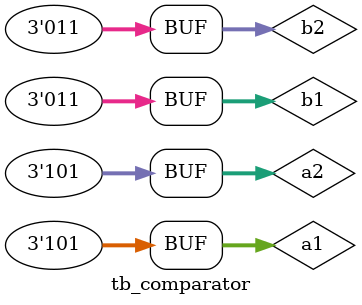
<source format=v>
`timescale 1ns/100ps
module tb_comparator();//tb
reg [2:0] a1,a2,b1,b2;//3bit register a1,a2,b1,b2
wire y1,y2;//wire y1,y2

comparator test(a1,a2,b1,b2,y1,y2);//module 
initial
begin
	a1=3'b000; a2=3'b000; b1=3'b000; b2=3'b000;//0~100ns
#100	a1=3'b001; a2=3'b000; b1=3'b001; b2=3'b000;//100ns~200ns
#100	a1=3'b101; a2=3'b101; b1=3'b011; b2=3'b011;//200ns~300ns
end
endmodule
</source>
